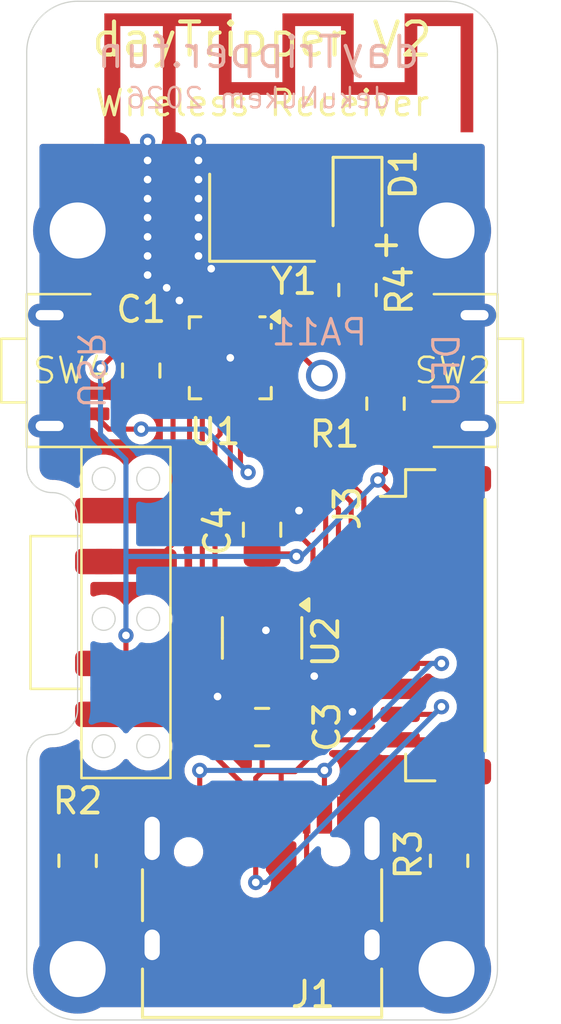
<source format=kicad_pcb>
(kicad_pcb (version 20241229) (generator "pcbnew") (generator_version "9.0")
  (layers (0 "F.Cu" signal) (2 "B.Cu" signal) (13 "F.Paste" user) (15 "B.Paste" user) (5 "F.SilkS" user "F.Silkscreen") (7 "B.SilkS" user "B.Silkscreen") (1 "F.Mask" user) (3 "B.Mask" user) (25 "Edge.Cuts" user))
  (net 0 "")
  (net 1 "GND")
  (net 2 "+5V")
  (net 4 "Net-(J1-CC1)")
  (net 6 "Net-(J1-CC2)")
  (net 10 "Net-(U1-X1)")
  (net 11 "Net-(U1-X0)")
  (net 12 "SWCLK")
  (net 13 "SWDIO")
  (net 14 "Net-(R1-Pad2)")
  (net 15 "Net-(AE1-A)")
  (net 16 "SP3T_1")
  (net 17 "DEBUG_TX")
  (net 18 "+3V3")
  (net 19 "Net-(SW3-Pad1)")
  (net 20 "SP3T_0")
  (net 21 "Net-(D1-A)")
  (net 22 "Net-(U1-PA3{slash}T{slash}R1{slash}SCL2{slash}SCK{slash}PWM3{slash}CP0)")
  (net 23 "Net-(U1-PA5{slash}SCK{slash}SCL3)")
  (net 24 "Net-(J3-Pin_5)")
  (net 25 "Net-(J3-Pin_4)")
  (net 26 "Net-(J3-Pin_2)")
  (net 27 "Net-(U1-PA11{slash}R7{slash}T6)")
  (net 28 "Net-(J3-Pin_6)")
  (footprint "Resistor_SMD:R_0805_2012Metric" (layer "F.Cu") (at 113 71.3375 -90)
    (property "Reference" "R4" (at 0 -1.65 90) (layer "F.SilkS"))
    (property "Value" "5K1" (hide yes))
    (fp_line (start -0.227064 0.735) (end 0.227064 0.735) (stroke (width 0.12)) (layer "F.SilkS"))
    (fp_line (start -0.227064 -0.735) (end 0.227064 -0.735) (stroke (width 0.12)) (layer "F.SilkS"))
    (pad "1" smd roundrect (at -0.9125 0 270) (size 1.025 1.4) (layers "F.Cu" "F.Mask" "F.Paste") (roundrect_rratio 0.243902) (net 21 "Net-(D1-A)"))
    (pad "2" smd roundrect (at 0.9125 0 270) (size 1.025 1.4) (layers "F.Cu" "F.Mask" "F.Paste") (roundrect_rratio 0.243902) (net 22 "Net-(U1-PA3{slash}T{slash}R1{slash}SCL2{slash}SCK{slash}PWM3{slash}CP0)"))
  )
  (footprint "Resistor_SMD:R_0805_2012Metric" (layer "F.Cu") (at 102 93.75 90)
    (property "Reference" "R2" (at 2.35 0 180) (layer "F.SilkS"))
    (property "Value" "5K1" (hide yes))
    (fp_line (start -0.227064 -0.735) (end 0.227064 -0.735) (stroke (width 0.12)) (layer "F.SilkS"))
    (fp_line (start -0.227064 0.735) (end 0.227064 0.735) (stroke (width 0.12)) (layer "F.SilkS"))
    (pad "1" smd roundrect (at -0.9125 0 90) (size 1.025 1.4) (layers "F.Cu" "F.Mask" "F.Paste") (roundrect_rratio 0.243902) (net 4 "Net-(J1-CC1)"))
    (pad "2" smd roundrect (at 0.9125 0 90) (size 1.025 1.4) (layers "F.Cu" "F.Mask" "F.Paste") (roundrect_rratio 0.243902) (net 1 "GND"))
  )
  (footprint "Capacitor_SMD:C_0805_2012Metric" (layer "F.Cu") (at 104.5 74.5 -90)
    (property "Reference" "C1" (at -2.4 0 0) (layer "F.SilkS"))
    (property "Value" "100nF" (hide yes))
    (fp_line (start -0.261252 0.735) (end 0.261252 0.735) (stroke (width 0.12)) (layer "F.SilkS"))
    (fp_line (start -0.261252 -0.735) (end 0.261252 -0.735) (stroke (width 0.12)) (layer "F.SilkS"))
    (pad "1" smd roundrect (at -0.95 0 270) (size 1 1.45) (layers "F.Cu" "F.Mask" "F.Paste") (net 18 "+3V3"))
    (pad "2" smd roundrect (at 0.95 0 270) (size 1 1.45) (layers "F.Cu" "F.Mask" "F.Paste") (net 1 "GND"))
  )
  (footprint "TestPoint:TestPoint_Plated_Hole_D2.0mm" (layer "F.Cu") (at 111.6 74.7)
    (property "Reference" "TP1" (hide yes))
    (property "Value" "TestPoint" (hide yes))
    (pad "1" thru_hole circle (at 0 0) (size 1.25 1.25) (drill 0.85) (layers "*.Cu" "*.Mask") (net 27 "Net-(U1-PA11{slash}R7{slash}T6)"))
  )
  (footprint "MountingHole:MountingHole_2.2mm_M2_ISO7380_Pad" (layer "F.Cu") (at 116.5 69)
    (property "Reference" "H2" (hide yes))
    (property "Value" "MountingHole" (hide yes))
    (pad "1" thru_hole circle (at 0 0) (size 3.5 3.5) (drill 2.2) (layers "*.Cu" "*.Mask") (net 1 "GND"))
  )
  (footprint "Resistor_SMD:R_0805_2012Metric" (layer "F.Cu") (at 116.6 93.75 90)
    (property "Reference" "R3" (at 0.25 -1.6 270) (layer "F.SilkS"))
    (property "Value" "5K1" (hide yes))
    (fp_line (start -0.227064 -0.735) (end 0.227064 -0.735) (stroke (width 0.12)) (layer "F.SilkS"))
    (fp_line (start -0.227064 0.735) (end 0.227064 0.735) (stroke (width 0.12)) (layer "F.SilkS"))
    (pad "1" smd roundrect (at -0.9125 0 90) (size 1.025 1.4) (layers "F.Cu" "F.Mask" "F.Paste") (roundrect_rratio 0.243902) (net 6 "Net-(J1-CC2)"))
    (pad "2" smd roundrect (at 0.9125 0 90) (size 1.025 1.4) (layers "F.Cu" "F.Mask" "F.Paste") (roundrect_rratio 0.243902) (net 1 "GND"))
  )
  (footprint "Package_DFN_QFN:QFN-20-1EP_3x3mm_P0.4mm_EP1.65x1.65mm" (layer "F.Cu") (at 108 74 -90)
    (property "Reference" "U1" (at 2.9 0.6 0) (layer "F.SilkS"))
    (property "Value" "~" (hide yes))
    (fp_line (start -1.61 1.61) (end -1.61 1.16) (stroke (width 0.12)) (layer "F.SilkS"))
    (fp_line (start -1.16 1.61) (end -1.61 1.61) (stroke (width 0.12)) (layer "F.SilkS"))
    (fp_line (start 1.16 1.61) (end 1.61 1.61) (stroke (width 0.12)) (layer "F.SilkS"))
    (fp_line (start 1.61 1.61) (end 1.61 1.16) (stroke (width 0.12)) (layer "F.SilkS"))
    (fp_line (start -1.61 -1.16) (end -1.61 -1.37) (stroke (width 0.12)) (layer "F.SilkS"))
    (fp_line (start -1.16 -1.61) (end -1.31 -1.61) (stroke (width 0.12)) (layer "F.SilkS"))
    (fp_line (start 1.16 -1.61) (end 1.61 -1.61) (stroke (width 0.12)) (layer "F.SilkS"))
    (fp_line (start 1.61 -1.61) (end 1.61 -1.16) (stroke (width 0.12)) (layer "F.SilkS"))
    (fp_poly (pts (xy -1.61 -1.61) (xy -1.85 -1.94) (xy -1.37 -1.94)) (stroke (width 0.12)) (fill yes) (layer "F.SilkS"))
    (pad "1" smd roundrect (at -1.45 -0.8 270) (size 0.85 0.2) (layers "F.Cu" "F.Mask" "F.Paste") (net 22 "Net-(U1-PA3{slash}T{slash}R1{slash}SCL2{slash}SCK{slash}PWM3{slash}CP0)"))
    (pad "2" smd roundrect (at -1.45 -0.4 270) (size 0.85 0.2) (layers "F.Cu" "F.Mask" "F.Paste") (net 11 "Net-(U1-X0)"))
    (pad "3" smd roundrect (at -1.45 0 270) (size 0.85 0.2) (layers "F.Cu" "F.Mask" "F.Paste") (net 10 "Net-(U1-X1)"))
    (pad "4" smd roundrect (at -1.45 0.4 270) (size 0.85 0.2) (layers "F.Cu" "F.Mask" "F.Paste"))
    (pad "5" smd roundrect (at -1.45 0.8 270) (size 0.85 0.2) (layers "F.Cu" "F.Mask" "F.Paste") (net 15 "Net-(AE1-A)"))
    (pad "6" smd roundrect (at -0.8 1.45 270) (size 0.2 0.85) (layers "F.Cu" "F.Mask" "F.Paste") (net 18 "+3V3"))
    (pad "7" smd roundrect (at -0.4 1.45 270) (size 0.2 0.85) (layers "F.Cu" "F.Mask" "F.Paste") (net 18 "+3V3"))
    (pad "8" smd roundrect (at 0 1.45 270) (size 0.2 0.85) (layers "F.Cu" "F.Mask" "F.Paste"))
    (pad "9" smd roundrect (at 0.4 1.45 270) (size 0.2 0.85) (layers "F.Cu" "F.Mask" "F.Paste") (net 20 "SP3T_0"))
    (pad "10" smd roundrect (at 0.8 1.45 270) (size 0.2 0.85) (layers "F.Cu" "F.Mask" "F.Paste") (net 16 "SP3T_1"))
    (pad "11" smd roundrect (at 1.45 0.8 270) (size 0.85 0.2) (layers "F.Cu" "F.Mask" "F.Paste") (net 13 "SWDIO"))
    (pad "12" smd roundrect (at 1.45 0.4 270) (size 0.85 0.2) (layers "F.Cu" "F.Mask" "F.Paste") (net 12 "SWCLK"))
    (pad "13" smd roundrect (at 1.45 0 270) (size 0.85 0.2) (layers "F.Cu" "F.Mask" "F.Paste") (net 28 "Net-(J3-Pin_6)"))
    (pad "14" smd roundrect (at 1.45 -0.4 270) (size 0.85 0.2) (layers "F.Cu" "F.Mask" "F.Paste") (net 23 "Net-(U1-PA5{slash}SCK{slash}SCL3)"))
    (pad "15" smd roundrect (at 1.45 -0.8 270) (size 0.85 0.2) (layers "F.Cu" "F.Mask" "F.Paste") (net 24 "Net-(J3-Pin_5)"))
    (pad "16" smd roundrect (at 0.8 -1.45 270) (size 0.2 0.85) (layers "F.Cu" "F.Mask" "F.Paste") (net 25 "Net-(J3-Pin_4)"))
    (pad "17" smd roundrect (at 0.4 -1.45 270) (size 0.2 0.85) (layers "F.Cu" "F.Mask" "F.Paste") (net 17 "DEBUG_TX"))
    (pad "18" smd roundrect (at 0 -1.45 270) (size 0.2 0.85) (layers "F.Cu" "F.Mask" "F.Paste") (net 27 "Net-(U1-PA11{slash}R7{slash}T6)"))
    (pad "19" smd roundrect (at -0.4 -1.45 270) (size 0.2 0.85) (layers "F.Cu" "F.Mask" "F.Paste"))
    (pad "20" smd roundrect (at -0.8 -1.45 270) (size 0.2 0.85) (layers "F.Cu" "F.Mask" "F.Paste") (net 26 "Net-(J3-Pin_2)"))
    (pad "21" smd rect (at 0 0 270) (size 1.65 1.65) (property pad_prop_heatsink) (layers "F.Cu" "F.Mask") (net 1 "GND"))
  )
  (footprint "MountingHole:MountingHole_2.2mm_M2_ISO7380_Pad" (layer "F.Cu") (at 116.5 98)
    (property "Reference" "H4" (hide yes))
    (property "Value" "MountingHole" (hide yes))
    (pad "1" thru_hole circle (at 0 0) (size 3.5 3.5) (drill 2.2) (layers "*.Cu" "*.Mask") (net 1 "GND"))
  )
  (footprint "Package_TO_SOT_SMD:SOT-23-3" (layer "F.Cu") (at 109.25 85 -90)
    (property "Reference" "U2" (at 0.15 -2.5 90) (layer "F.SilkS"))
    (property "Value" "XC6206PxxxMR" (hide yes))
    (fp_line (start 0 1.56) (end -0.8 1.56) (stroke (width 0.12)) (layer "F.SilkS"))
    (fp_line (start 0 1.56) (end 0.8 1.56) (stroke (width 0.12)) (layer "F.SilkS"))
    (fp_line (start 0 -1.56) (end -0.8 -1.56) (stroke (width 0.12)) (layer "F.SilkS"))
    (fp_line (start 0 -1.56) (end 0.8 -1.56) (stroke (width 0.12)) (layer "F.SilkS"))
    (fp_poly (pts (xy -1.3 -1.51) (xy -1.54 -1.84) (xy -1.06 -1.84)) (stroke (width 0.12)) (fill yes) (layer "F.SilkS"))
    (pad "1" smd roundrect (at -1.1375 -0.95 270) (size 1.325 0.6) (layers "F.Cu" "F.Mask" "F.Paste") (net 1 "GND"))
    (pad "2" smd roundrect (at -1.1375 0.95 270) (size 1.325 0.6) (layers "F.Cu" "F.Mask" "F.Paste") (net 18 "+3V3"))
    (pad "3" smd roundrect (at 1.1375 0 270) (size 1.325 0.6) (layers "F.Cu" "F.Mask" "F.Paste") (net 2 "+5V"))
  )
  (footprint "LED_SMD:LED_0805_2012Metric" (layer "F.Cu") (at 113 67.8125 -90)
    (property "Reference" "D1" (at -1.0125 -1.8 90) (layer "F.SilkS"))
    (property "Value" "LED" (hide yes))
    (fp_line (start -1.685 0.96) (end 1 0.96) (stroke (width 0.12)) (layer "F.SilkS"))
    (fp_line (start -1.685 -0.96) (end -1.685 0.96) (stroke (width 0.12)) (layer "F.SilkS"))
    (fp_line (start 1 -0.96) (end -1.685 -0.96) (stroke (width 0.12)) (layer "F.SilkS"))
    (pad "1" smd roundrect (at -0.9375 0 270) (size 0.975 1.4) (layers "F.Cu" "F.Mask" "F.Paste") (net 1 "GND"))
    (pad "2" smd roundrect (at 0.9375 0 270) (size 0.975 1.4) (layers "F.Cu" "F.Mask" "F.Paste") (net 21 "Net-(D1-A)"))
  )
  (footprint "Crystal:Crystal_SMD_3225-4Pin_3.2x2.5mm" (layer "F.Cu") (at 109.25 68.5)
    (property "Reference" "Y1" (at 1.25 2.5 0) (layer "F.SilkS"))
    (property "Value" "Crystal_GND24" (hide yes))
    (fp_line (start -2.06 -1.71) (end -2.06 1.71) (stroke (width 0.12)) (layer "F.SilkS"))
    (fp_line (start -2.06 1.71) (end 2.06 1.71) (stroke (width 0.12)) (layer "F.SilkS"))
    (pad "1" smd roundrect (at -1.1 0.85) (size 1.4 1.2) (layers "F.Cu" "F.Mask" "F.Paste") (roundrect_rratio 0.208333) (net 10 "Net-(U1-X1)"))
    (pad "2" smd roundrect (at 1.1 0.85) (size 1.4 1.2) (layers "F.Cu" "F.Mask" "F.Paste") (roundrect_rratio 0.208333) (net 1 "GND"))
    (pad "3" smd roundrect (at 1.1 -0.85) (size 1.4 1.2) (layers "F.Cu" "F.Mask" "F.Paste") (roundrect_rratio 0.208333) (net 11 "Net-(U1-X0)"))
    (pad "4" smd roundrect (at -1.1 -0.85) (size 1.4 1.2) (layers "F.Cu" "F.Mask" "F.Paste") (roundrect_rratio 0.208333) (net 1 "GND"))
  )
  (footprint "MountingHole:MountingHole_2.2mm_M2_ISO7380_Pad" (layer "F.Cu") (at 102 69)
    (property "Reference" "H1" (hide yes))
    (property "Value" "MountingHole" (hide yes))
    (pad "1" thru_hole circle (at 0 0) (size 3.5 3.5) (drill 2.2) (layers "*.Cu" "*.Mask") (net 1 "GND"))
  )
  (footprint "mymy:turt" (layer "F.Cu") (at 102.5 74.5 90)
    (property "Reference" "SW4" (at 0 -0.75 0) (layer "F.SilkS") (effects (font (thickness 0.1))))
    (property "Value" "~" (hide yes))
    (fp_line (start 1.25 -3.5) (end 1.25 -2.5) (stroke (width 0.1)) (layer "F.SilkS"))
    (fp_line (start -1.25 -3.5) (end 1.25 -3.5) (stroke (width 0.1)) (layer "F.SilkS"))
    (fp_line (start 3 -2.5) (end 3 0) (stroke (width 0.1)) (layer "F.SilkS"))
    (fp_line (start -1.25 -2.5) (end -1.25 -3.5) (stroke (width 0.1)) (layer "F.SilkS"))
    (fp_line (start -3 -2.5) (end 3 -2.5) (stroke (width 0.1)) (layer "F.SilkS"))
    (fp_line (start -3 -2.5) (end -3 0) (stroke (width 0.1)) (layer "F.SilkS"))
    (pad "1" smd roundrect (at -1.7 0.125 270) (size 0.5 1.25) (layers "F.Cu" "F.Mask" "F.Paste") (roundrect_rratio 0.15) (net 23 "Net-(U1-PA5{slash}SCK{slash}SCL3)"))
    (pad "2" smd roundrect (at 1.7 0.125 270) (size 0.5 1.25) (layers "F.Cu" "F.Mask" "F.Paste") (roundrect_rratio 0.15) (net 1 "GND"))
    (pad "3" thru_hole oval (at -2.175 -1.6 180) (size 1.7 0.9) (drill oval 1.1 0.4) (layers "*.Cu" "*.Mask") (net 1 "GND"))
    (pad "3" thru_hole oval (at 2.175 -1.6 180) (size 1.7 0.9) (drill oval 1.1 0.4) (layers "*.Cu" "*.Mask") (net 1 "GND"))
  )
  (footprint "Capacitor_SMD:C_0805_2012Metric" (layer "F.Cu") (at 109.25 80.75 90)
    (property "Reference" "C4" (at -0.05 -1.75 270) (layer "F.SilkS"))
    (property "Value" "2.2uF" (hide yes))
    (fp_line (start -0.261252 -0.735) (end 0.261252 -0.735) (stroke (width 0.12)) (layer "F.SilkS"))
    (fp_line (start -0.261252 0.735) (end 0.261252 0.735) (stroke (width 0.12)) (layer "F.SilkS"))
    (pad "1" smd roundrect (at -0.95 0 90) (size 1 1.45) (layers "F.Cu" "F.Mask" "F.Paste") (net 18 "+3V3"))
    (pad "2" smd roundrect (at 0.95 0 90) (size 1 1.45) (layers "F.Cu" "F.Mask" "F.Paste") (net 1 "GND"))
  )
  (footprint "Capacitor_SMD:C_0805_2012Metric" (layer "F.Cu") (at 109.25 88.5 180)
    (property "Reference" "C3" (at -2.55 0 270) (layer "F.SilkS"))
    (property "Value" "2.2uF" (hide yes))
    (fp_line (start -0.261252 0.735) (end 0.261252 0.735) (stroke (width 0.12)) (layer "F.SilkS"))
    (fp_line (start -0.261252 -0.735) (end 0.261252 -0.735) (stroke (width 0.12)) (layer "F.SilkS"))
    (pad "1" smd roundrect (at -0.95 0 180) (size 1 1.45) (layers "F.Cu" "F.Mask" "F.Paste") (net 2 "+5V"))
    (pad "2" smd roundrect (at 0.95 0 180) (size 1 1.45) (layers "F.Cu" "F.Mask" "F.Paste") (net 1 "GND"))
  )
  (footprint "mymy:turt" (layer "F.Cu") (at 116 74.5 -90)
    (property "Reference" "SW2" (at 0 -0.75 0) (layer "F.SilkS") (effects (font (thickness 0.1))))
    (property "Value" "~" (hide yes))
    (fp_line (start -3 -2.5) (end -3 0) (stroke (width 0.1)) (layer "F.SilkS"))
    (fp_line (start -3 -2.5) (end 3 -2.5) (stroke (width 0.1)) (layer "F.SilkS"))
    (fp_line (start -1.25 -2.5) (end -1.25 -3.5) (stroke (width 0.1)) (layer "F.SilkS"))
    (fp_line (start 3 -2.5) (end 3 0) (stroke (width 0.1)) (layer "F.SilkS"))
    (fp_line (start -1.25 -3.5) (end 1.25 -3.5) (stroke (width 0.1)) (layer "F.SilkS"))
    (fp_line (start 1.25 -3.5) (end 1.25 -2.5) (stroke (width 0.1)) (layer "F.SilkS"))
    (pad "1" smd roundrect (at -1.7 0 90) (size 0.5 1) (layers "F.Cu" "F.Mask" "F.Paste") (roundrect_rratio 0.15) (net 14 "Net-(R1-Pad2)"))
    (pad "2" smd roundrect (at 1.7 0 90) (size 0.5 1) (layers "F.Cu" "F.Mask" "F.Paste") (roundrect_rratio 0.15) (net 12 "SWCLK"))
    (pad "3" thru_hole oval (at -2.175 -1.6) (size 1.7 0.9) (drill oval 1.1 0.4) (layers "*.Cu" "*.Mask") (net 1 "GND"))
    (pad "3" thru_hole oval (at 2.175 -1.6) (size 1.7 0.9) (drill oval 1.1 0.4) (layers "*.Cu" "*.Mask") (net 1 "GND"))
  )
  (footprint "ESP_Antenna:ESPRESSIF_ESP32_MIFA_2.4GHz_Right" (layer "F.Cu") (at 105.75 65.625)
    (property "Reference" "AE1" (hide yes))
    (property "Value" "Antenna_Shield" (hide yes))
    (fp_poly (pts (xy 2.3 -2.45) (xy 4.3 -2.45) (xy 4.3 -5.15) (xy 7.1 -5.15) (xy 7.1 -2.45) (xy 9.1 -2.45) (xy 9.1 -5.15) (xy 11.8 -5.15) (xy 11.8 -0.48) (xy 11.3 -0.48) (xy 11.3 -4.65) (xy 9.6 -4.65) (xy 9.6 -1.95) (xy 6.6 -1.95) (xy 6.6 -4.65) (xy 4.8 -4.65) (xy 4.8 -1.95) (xy 1.8 -1.95) (xy 1.8 -4.65) (xy 0.1 -4.65) (xy 0.1 0.26) (xy -0.4 0.26) (xy -0.4 -4.65) (xy -2.07 -4.65) (xy -2.07 0.26) (xy -2.7 0.26) (xy -2.7 0.006785) (xy -2.397583 0.006785) (xy -2.387742 0.054395) (xy -2.363674 0.096797) (xy -2.325731 0.129581) (xy -2.317819 0.133935) (xy -2.275156 0.146043) (xy -2.226637 0.1453) (xy -2.181122 0.1324) (xy -2.162511 0.121787) (xy -2.128868 0.086553) (xy -2.108309 0.041368) (xy -2.101778 -0.008158) (xy -2.110218 -0.056417) (xy -2.127112 -0.088643) (xy -2.162372 -0.121313) (xy -2.207682 -0.141408) (xy -2.257267 -0.147982) (xy -2.305353 -0.140092) (xy -2.338245 -0.123186) (xy -2.373185 -0.086416) (xy -2.392847 -0.041622) (xy -2.397583 0.006785) (xy -2.7 0.028392) (xy -2.7 -5.15) (xy 2.3 -5.15) (xy 2.3 -2.51)) (fill yes) (layer "F.Cu"))
    (pad "1" connect rect (at -0.15 0.01) (size 0.5 0.5) (layers "F.Cu") (net 15 "Net-(AE1-A)"))
    (pad "2" smd rect (at -2.385 0.01) (size 0.63 0.5) (layers "F.Cu") (net 1 "GND"))
  )
  (footprint "Connector_USB:USB_C_Receptacle_HRO_TYPE-C-31-M-12" (layer "F.Cu") (at 109.25 96)
    (property "Reference" "J1" (at 2 3 0) (layer "F.SilkS"))
    (property "Value" "USB_C_Receptacle_USB2.0" (hide yes))
    (fp_line (start -4.7 -1.9) (end -4.7 0.1) (stroke (width 0.12)) (layer "F.SilkS"))
    (fp_line (start -4.7 2) (end -4.7 3.9) (stroke (width 0.12)) (layer "F.SilkS"))
    (fp_line (start -4.7 3.9) (end 4.7 3.9) (stroke (width 0.12)) (layer "F.SilkS"))
    (fp_line (start 4.7 -1.9) (end 4.7 0.1) (stroke (width 0.12)) (layer "F.SilkS"))
    (fp_line (start 4.7 2) (end 4.7 3.9) (stroke (width 0.12)) (layer "F.SilkS"))
    (pad "" np_thru_hole circle (at -2.89 -2.6) (size 0.65 0.65) (drill 0.65) (layers "*.Cu" "*.Mask"))
    (pad "" np_thru_hole circle (at 2.89 -2.6) (size 0.65 0.65) (drill 0.65) (layers "*.Cu" "*.Mask"))
    (pad "A1" smd rect (at -3.25 -4.045) (size 0.6 1.45) (layers "F.Cu" "F.Mask" "F.Paste") (net 1 "GND"))
    (pad "A4" smd rect (at -2.45 -4.045) (size 0.6 1.45) (layers "F.Cu" "F.Mask" "F.Paste") (net 2 "+5V"))
    (pad "A5" smd rect (at -1.25 -4.045) (size 0.3 1.45) (layers "F.Cu" "F.Mask" "F.Paste") (net 4 "Net-(J1-CC1)"))
    (pad "A6" smd rect (at -0.25 -4.045) (size 0.3 1.45) (layers "F.Cu" "F.Mask" "F.Paste") (net 12 "SWCLK"))
    (pad "A7" smd rect (at 0.25 -4.045) (size 0.3 1.45) (layers "F.Cu" "F.Mask" "F.Paste") (net 13 "SWDIO"))
    (pad "A8" smd rect (at 1.25 -4.045) (size 0.3 1.45) (layers "F.Cu" "F.Mask" "F.Paste"))
    (pad "A9" smd rect (at 2.45 -4.045) (size 0.6 1.45) (layers "F.Cu" "F.Mask" "F.Paste") (net 2 "+5V"))
    (pad "A12" smd rect (at 3.25 -4.045) (size 0.6 1.45) (layers "F.Cu" "F.Mask" "F.Paste") (net 1 "GND"))
    (pad "B1" smd rect (at 3.25 -4.045) (size 0.6 1.45) (layers "F.Cu" "F.Mask" "F.Paste") (net 1 "GND"))
    (pad "B4" smd rect (at 2.45 -4.045) (size 0.6 1.45) (layers "F.Cu" "F.Mask" "F.Paste") (net 2 "+5V"))
    (pad "B5" smd rect (at 1.75 -4.045) (size 0.3 1.45) (layers "F.Cu" "F.Mask" "F.Paste") (net 6 "Net-(J1-CC2)"))
    (pad "B6" smd rect (at 0.75 -4.045) (size 0.3 1.45) (layers "F.Cu" "F.Mask" "F.Paste") (net 12 "SWCLK"))
    (pad "B7" smd rect (at -0.75 -4.045) (size 0.3 1.45) (layers "F.Cu" "F.Mask" "F.Paste") (net 13 "SWDIO"))
    (pad "B8" smd rect (at -1.75 -4.045) (size 0.3 1.45) (layers "F.Cu" "F.Mask" "F.Paste"))
    (pad "B9" smd rect (at -2.45 -4.045) (size 0.6 1.45) (layers "F.Cu" "F.Mask" "F.Paste") (net 2 "+5V"))
    (pad "B12" smd rect (at -3.25 -4.045) (size 0.6 1.45) (layers "F.Cu" "F.Mask" "F.Paste") (net 1 "GND"))
    (pad "S1" thru_hole oval (at -4.32 -3.13) (size 1 2.1) (drill oval 0.6 1.7) (property pad_prop_heatsink) (layers "*.Cu" "*.Mask") (net 1 "GND"))
    (pad "S1" thru_hole oval (at -4.32 1.05) (size 1 1.6) (drill oval 0.6 1.2) (property pad_prop_heatsink) (layers "*.Cu" "*.Mask") (net 1 "GND"))
    (pad "S1" thru_hole oval (at 4.32 -3.13) (size 1 2.1) (drill oval 0.6 1.7) (property pad_prop_heatsink) (layers "*.Cu" "*.Mask") (net 1 "GND"))
    (pad "S1" thru_hole oval (at 4.32 1.05) (size 1 1.6) (drill oval 0.6 1.2) (property pad_prop_heatsink) (layers "*.Cu" "*.Mask") (net 1 "GND"))
  )
  (footprint "MountingHole:MountingHole_2.2mm_M2_ISO7380_Pad" (layer "F.Cu") (at 102 98)
    (property "Reference" "H3" (hide yes))
    (property "Value" "MountingHole" (hide yes))
    (pad "1" thru_hole circle (at 0 0) (size 3.5 3.5) (drill 2.2) (layers "*.Cu" "*.Mask") (net 1 "GND"))
  )
  (footprint "Connector_JST:JST_SH_BM10B-SRSS-TB_1x10-1MP_P1.00mm_Vertical" (layer "F.Cu") (at 116 84.5 -90)
    (property "Reference" "J3" (at -4.6 3.4 270) (layer "F.SilkS"))
    (property "Value" "Conn_01x10" (hide yes))
    (fp_line (start -6.11 1.11) (end -5.06 1.11) (stroke (width 0.12)) (layer "F.SilkS"))
    (fp_line (start -5.06 1.11) (end -5.06 2.1) (stroke (width 0.12)) (layer "F.SilkS"))
    (fp_line (start 6.11 1.11) (end 5.06 1.11) (stroke (width 0.12)) (layer "F.SilkS"))
    (fp_line (start -6.11 -0.04) (end -6.11 1.11) (stroke (width 0.12)) (layer "F.SilkS"))
    (fp_line (start 6.11 -0.04) (end 6.11 1.11) (stroke (width 0.12)) (layer "F.SilkS"))
    (fp_line (start -4.94 -2.01) (end 4.94 -2.01) (stroke (width 0.12)) (layer "F.SilkS"))
    (pad "1" smd roundrect (at -4.5 1.325 270) (size 0.6 1.55) (layers "F.Cu" "F.Mask" "F.Paste") (net 18 "+3V3"))
    (pad "2" smd roundrect (at -3.5 1.325 270) (size 0.6 1.55) (layers "F.Cu" "F.Mask" "F.Paste") (net 26 "Net-(J3-Pin_2)"))
    (pad "3" smd roundrect (at -2.5 1.325 270) (size 0.6 1.55) (layers "F.Cu" "F.Mask" "F.Paste") (net 17 "DEBUG_TX"))
    (pad "4" smd roundrect (at -1.5 1.325 270) (size 0.6 1.55) (layers "F.Cu" "F.Mask" "F.Paste") (net 25 "Net-(J3-Pin_4)"))
    (pad "5" smd roundrect (at -0.5 1.325 270) (size 0.6 1.55) (layers "F.Cu" "F.Mask" "F.Paste") (net 24 "Net-(J3-Pin_5)"))
    (pad "6" smd roundrect (at 0.5 1.325 270) (size 0.6 1.55) (layers "F.Cu" "F.Mask" "F.Paste") (net 28 "Net-(J3-Pin_6)"))
    (pad "7" smd roundrect (at 1.5 1.325 270) (size 0.6 1.55) (layers "F.Cu" "F.Mask" "F.Paste") (net 2 "+5V"))
    (pad "8" smd roundrect (at 2.5 1.325 270) (size 0.6 1.55) (layers "F.Cu" "F.Mask" "F.Paste") (net 1 "GND"))
    (pad "9" smd roundrect (at 3.5 1.325 270) (size 0.6 1.55) (layers "F.Cu" "F.Mask" "F.Paste") (net 13 "SWDIO"))
    (pad "10" smd roundrect (at 4.5 1.325 270) (size 0.6 1.55) (layers "F.Cu" "F.Mask" "F.Paste") (net 12 "SWCLK"))
    (pad "GND" smd roundrect (at -5.75 -1 270) (size 1 2.5) (layers "F.Cu" "F.Mask" "F.Paste") (roundrect_rratio 0.208333) (net 1 "GND"))
    (pad "GND" smd roundrect (at 5.75 -1 270) (size 1 2.5) (layers "F.Cu" "F.Mask" "F.Paste") (roundrect_rratio 0.208333) (net 1 "GND"))
  )
  (footprint "Resistor_SMD:R_0805_2012Metric" (layer "F.Cu") (at 114.1 75.8 90)
    (property "Reference" "R1" (at -1.2 -2 180) (layer "F.SilkS"))
    (property "Value" "5K1" (hide yes))
    (fp_line (start -0.227064 -0.735) (end 0.227064 -0.735) (stroke (width 0.12)) (layer "F.SilkS"))
    (fp_line (start -0.227064 0.735) (end 0.227064 0.735) (stroke (width 0.12)) (layer "F.SilkS"))
    (pad "1" smd roundrect (at -0.9125 0 90) (size 1.025 1.4) (layers "F.Cu" "F.Mask" "F.Paste") (roundrect_rratio 0.243902) (net 18 "+3V3"))
    (pad "2" smd roundrect (at 0.9125 0 90) (size 1.025 1.4) (layers "F.Cu" "F.Mask" "F.Paste") (roundrect_rratio 0.243902) (net 14 "Net-(R1-Pad2)"))
  )
  (footprint "mymy:my_sp3t_pth" (layer "F.Cu") (at 105.65 84 90)
    (property "Reference" "SW3" (hide yes))
    (property "Value" "~" (hide yes))
    (fp_line (start 3 -5.5) (end 3 -3.5) (stroke (width 0.1)) (layer "F.SilkS"))
    (fp_line (start -3 -5.5) (end 3 -5.5) (stroke (width 0.1)) (layer "F.SilkS"))
    (fp_line (start 6.5 -3.5) (end 6.5 0) (stroke (width 0.1)) (layer "F.SilkS"))
    (fp_line (start -3 -3.5) (end -3 -5.5) (stroke (width 0.1)) (layer "F.SilkS"))
    (fp_line (start -6.5 -3.5) (end 6.5 -3.5) (stroke (width 0.1)) (layer "F.SilkS"))
    (fp_line (start 6.5 0) (end 0 0) (stroke (width 0.1)) (layer "F.SilkS"))
    (fp_line (start 0 0) (end -6.5 0) (stroke (width 0.1)) (layer "F.SilkS"))
    (fp_line (start -6.5 0) (end -6.5 -3.5) (stroke (width 0.1)) (layer "F.SilkS"))
    (fp_circle (center 5.25 -2.625) (end 5.7 -2.625) (stroke (width 0.05)) (fill no) (layer "Edge.Cuts"))
    (fp_circle (center -0.25 -2.625) (end 0.2 -2.625) (stroke (width 0.05)) (fill no) (layer "Edge.Cuts"))
    (fp_circle (center -5.25 -2.625) (end -4.8 -2.625) (stroke (width 0.05)) (fill no) (layer "Edge.Cuts"))
    (fp_circle (center 5.25 -0.875) (end 5.7 -0.875) (stroke (width 0.05)) (fill no) (layer "Edge.Cuts"))
    (fp_circle (center -0.25 -0.875) (end 0.2 -0.875) (stroke (width 0.05)) (fill no) (layer "Edge.Cuts"))
    (fp_circle (center -5.25 -0.875) (end -4.8 -0.875) (stroke (width 0.05)) (fill no) (layer "Edge.Cuts"))
    (pad "1" smd roundrect (at -4 -0.6 90) (size 1 1.7) (layers "F.Cu" "F.Mask" "F.Paste") (net 19 "Net-(SW3-Pad1)"))
    (pad "2" smd roundrect (at -2 -0.6 90) (size 1 1.7) (layers "F.Cu" "F.Mask" "F.Paste") (net 18 "+3V3"))
    (pad "3" smd roundrect (at 2 -0.6 90) (size 1 1.7) (layers "F.Cu" "F.Mask" "F.Paste") (net 16 "SP3T_1"))
    (pad "4" smd roundrect (at 4 -0.6 90) (size 1 1.7) (layers "F.Cu" "F.Mask" "F.Paste") (net 20 "SP3T_0"))
    (pad "5" smd roundrect (at -4 -2.9 90) (size 1 1.7) (layers "F.Cu" "F.Mask" "F.Paste") (net 19 "Net-(SW3-Pad1)"))
    (pad "6" smd roundrect (at -2 -2.9 90) (size 1 1.7) (layers "F.Cu" "F.Mask" "F.Paste") (net 18 "+3V3"))
    (pad "7" smd roundrect (at 2 -2.9 90) (size 1 1.7) (layers "F.Cu" "F.Mask" "F.Paste") (net 16 "SP3T_1"))
    (pad "8" smd roundrect (at 4 -2.9 90) (size 1 1.7) (layers "F.Cu" "F.Mask" "F.Paste") (net 20 "SP3T_0"))
  )
  (gr_arc (start 101 79.292893) (mid 100.292893 79) (end 100 78.292893) (stroke (width 0.05)) (layer "Edge.Cuts"))
  (gr_line (start 100 98) (end 100 92.25) (stroke (width 0.05)) (layer "Edge.Cuts"))
  (gr_arc (start 102 87.792893) (mid 101.707107 88.5) (end 101 88.792893) (stroke (width 0.05)) (layer "Edge.Cuts"))
  (gr_line (start 100 89.7929) (end 100 92.25) (stroke (width 0.05)) (layer "Edge.Cuts"))
  (gr_line (start 118.5 62) (end 118.5 98) (stroke (width 0.05)) (layer "Edge.Cuts"))
  (gr_arc (start 101 79.292893) (mid 101.707107 79.585786) (end 102 80.292893) (stroke (width 0.05)) (layer "Edge.Cuts"))
  (gr_arc (start 100 89.792893) (mid 100.292893 89.085786) (end 101 88.792893) (stroke (width 0.05)) (layer "Edge.Cuts"))
  (gr_arc (start 118.5 98) (mid 117.914214 99.414214) (end 116.5 100) (stroke (width 0.05)) (layer "Edge.Cuts"))
  (gr_arc (start 102 100) (mid 100.585786 99.414214) (end 100 98) (stroke (width 0.05)) (layer "Edge.Cuts"))
  (gr_line (start 100 78.292893) (end 100 62) (stroke (width 0.05)) (layer "Edge.Cuts"))
  (gr_line (start 102 80.292893) (end 102 87.792893) (stroke (width 0.05)) (layer "Edge.Cuts"))
  (gr_line (start 102 60) (end 116.5 60) (stroke (width 0.05)) (layer "Edge.Cuts"))
  (gr_line (start 116.5 100) (end 102 100) (stroke (width 0.05)) (layer "Edge.Cuts"))
  (gr_arc (start 116.5 60) (mid 117.914214 60.585786) (end 118.5 62) (stroke (width 0.05)) (layer "Edge.Cuts"))
  (gr_arc (start 100 62) (mid 100.585786 60.585786) (end 102 60) (stroke (width 0.05)) (layer "Edge.Cuts"))
  (gr_text "+" (at 113.4 70.1 0) (layer "F.SilkS") (effects (font (size 1.016 1.016) (thickness 0.1524)) (justify left bottom)))
  (gr_text "dayTripper V2" (at 109.25 61.5 0) (layer "F.SilkS") (effects (font (size 1.3 1.3) (thickness 0.1625))))
  (gr_text "Wireless Receiver" (at 109.25 64 0) (layer "F.SilkS") (effects (font (size 1 1) (thickness 0.125))))
  (gr_text "DFU" (at 116.5 74.5 90) (layer "B.SilkS") (effects (font (size 1 1) (thickness 0.125)) (justify mirror)))
  (gr_text "dekuNukem 2026" (at 109.1 63.8 0) (layer "B.SilkS") (effects (font (size 0.8 0.8) (thickness 0.09375)) (justify mirror)))
  (gr_text "dayTripper.fun" (at 109.1 62 0) (layer "B.SilkS") (effects (font (size 1.2 1.2)) (justify mirror)))
  (gr_text "USR" (at 102.5 74.5 270) (layer "B.SilkS") (effects (font (size 1 1) (thickness 0.125)) (justify mirror)))
  (gr_text "PA11" (at 111.5 73 0) (layer "B.SilkS") (effects (font (size 1 1) (thickness 0.125)) (justify mirror)))
  (segment (start 107.5 87.3) (end 107.5 87.7) (width 0.2) (layer "F.Cu") (net 1))
  (segment (start 103.565 67.435) (end 102 69) (width 1) (layer "F.Cu") (net 1))
  (segment (start 107.5 87.7) (end 108.3 88.5) (width 0.2) (layer "F.Cu") (net 1))
  (segment (start 110.5 79.8) (end 110.7 80) (width 0.2) (layer "F.Cu") (net 1))
  (segment (start 109.25 79.8) (end 110.5 79.8) (width 0.2) (layer "F.Cu") (net 1))
  (segment (start 103.565 65.635) (end 103.565 67.435) (width 1) (layer "F.Cu") (net 1))
  (via (at 107.25 70.5) (size 0.6) (drill 0.3) (layers "F.Cu" "B.Cu") (net 1))
  (via (at 107.5 87.3) (size 0.6) (drill 0.3) (layers "F.Cu" "B.Cu") (net 1))
  (via (at 108 74) (size 0.6) (drill 0.3) (layers "F.Cu" "B.Cu") (net 1))
  (via (at 104.75 68.5) (size 0.6) (drill 0.3) (layers "F.Cu" "B.Cu") (net 1))
  (via (at 104.75 65.5) (size 0.6) (drill 0.3) (layers "F.Cu" "B.Cu") (net 1))
  (via (at 111.3 86.5) (size 0.6) (drill 0.3) (layers "F.Cu" "B.Cu") (net 1))
  (via (at 109.4 84.7) (size 0.6) (drill 0.3) (layers "F.Cu" "B.Cu") (net 1))
  (via (at 106.75 70) (size 0.6) (drill 0.3) (layers "F.Cu" "B.Cu") (net 1))
  (via (at 106.75 67) (size 0.6) (drill 0.3) (layers "F.Cu" "B.Cu") (net 1))
  (via (at 104.75 70.75) (size 0.6) (drill 0.3) (layers "F.Cu" "B.Cu") (net 1))
  (via (at 112.8 87.9) (size 0.6) (drill 0.3) (layers "F.Cu" "B.Cu") (net 1))
  (via (at 105.5 71.25) (size 0.6) (drill 0.3) (layers "F.Cu" "B.Cu") (net 1))
  (via (at 104.75 67.75) (size 0.6) (drill 0.3) (layers "F.Cu" "B.Cu") (net 1))
  (via (at 106.75 67.75) (size 0.6) (drill 0.3) (layers "F.Cu" "B.Cu") (net 1))
  (via (at 106 71.75) (size 0.6) (drill 0.3) (layers "F.Cu" "B.Cu") (net 1))
  (via (at 104.75 67) (size 0.6) (drill 0.3) (layers "F.Cu" "B.Cu") (net 1))
  (via (at 106.75 68.5) (size 0.6) (drill 0.3) (layers "F.Cu" "B.Cu") (net 1))
  (via (at 110.7 80) (size 0.6) (drill 0.3) (layers "F.Cu" "B.Cu") (net 1))
  (via (at 106.75 69.25) (size 0.6) (drill 0.3) (layers "F.Cu" "B.Cu") (net 1))
  (via (at 106.75 66.25) (size 0.6) (drill 0.3) (layers "F.Cu" "B.Cu") (net 1))
  (via (at 106.75 65.5) (size 0.6) (drill 0.3) (layers "F.Cu" "B.Cu") (net 1))
  (via (at 104.75 69.25) (size 0.6) (drill 0.3) (layers "F.Cu" "B.Cu") (net 1))
  (via (at 104.75 70) (size 0.6) (drill 0.3) (layers "F.Cu" "B.Cu") (net 1))
  (via (at 104.75 66.25) (size 0.6) (drill 0.3) (layers "F.Cu" "B.Cu") (net 1))
  (segment (start 110.2 88.5) (end 110.2 87.0875) (width 0.2) (layer "F.Cu") (net 2))
  (segment (start 106.8 91.955) (end 106.8 90.2) (width 0.2) (layer "F.Cu") (net 2))
  (segment (start 111 88.5) (end 110.2 88.5) (width 0.2) (layer "F.Cu") (net 2))
  (segment (start 114.675 86) (end 116.3 86) (width 0.2) (layer "F.Cu") (net 2))
  (segment (start 113.5 86) (end 111 88.5) (width 0.2) (layer "F.Cu") (net 2))
  (segment (start 114.675 86) (end 113.5 86) (width 0.2) (layer "F.Cu") (net 2))
  (segment (start 111.7 91.955) (end 111.7 90.2) (width 0.2) (layer "F.Cu") (net 2))
  (segment (start 110.2 87.0875) (end 109.25 86.1375) (width 0.2) (layer "F.Cu") (net 2))
  (via (at 111.7 90.2) (size 0.6) (drill 0.3) (layers "F.Cu" "B.Cu") (net 2))
  (via (at 116.3 86) (size 0.6) (drill 0.3) (layers "F.Cu" "B.Cu") (net 2))
  (via (at 106.8 90.2) (size 0.6) (drill 0.3) (layers "F.Cu" "B.Cu") (net 2))
  (segment (start 106.8 90.2) (end 111.7 90.2) (width 0.2) (layer "B.Cu") (net 2))
  (segment (start 115.9 86) (end 111.7 90.2) (width 0.2) (layer "B.Cu") (net 2))
  (segment (start 116.3 86) (end 115.9 86) (width 0.2) (layer "B.Cu") (net 2))
  (segment (start 102 94.6625) (end 102.25 94.6625) (width 0.2) (layer "F.Cu") (net 4))
  (segment (start 102.25 94.6625) (end 102.5875 95) (width 0.2) (layer "F.Cu") (net 4))
  (segment (start 108 94.25) (end 108 91.955) (width 0.2) (layer "F.Cu") (net 4))
  (segment (start 102.5875 95) (end 107.25 95) (width 0.2) (layer "F.Cu") (net 4))
  (segment (start 107.25 95) (end 108 94.25) (width 0.2) (layer "F.Cu") (net 4))
  (segment (start 116.2625 95) (end 111.75 95) (width 0.2) (layer "F.Cu") (net 6))
  (segment (start 111 94.25) (end 111 91.955) (width 0.2) (layer "F.Cu") (net 6))
  (segment (start 116.6 94.6625) (end 116.2625 95) (width 0.2) (layer "F.Cu") (net 6))
  (segment (start 111.75 95) (end 111 94.25) (width 0.2) (layer "F.Cu") (net 6))
  (segment (start 108 69.5) (end 108 72.55) (width 0.2) (layer "F.Cu") (net 10))
  (segment (start 108.15 69.35) (end 108 69.5) (width 0.2) (layer "F.Cu") (net 10))
  (segment (start 109.25 70.5) (end 108.4 71.35) (width 0.2) (layer "F.Cu") (net 11))
  (segment (start 109.25 68.75) (end 109.25 70.5) (width 0.2) (layer "F.Cu") (net 11))
  (segment (start 108.4 71.35) (end 108.4 72.55) (width 0.2) (layer "F.Cu") (net 11))
  (segment (start 110.35 67.65) (end 109.25 68.75) (width 0.2) (layer "F.Cu") (net 11))
  (segment (start 117.1 81) (end 115.2 79.1) (width 0.2) (layer "F.Cu") (net 12))
  (segment (start 109 87.25) (end 109.25 87.5) (width 0.2) (layer "F.Cu") (net 12))
  (segment (start 109 90.5) (end 109.25 90.25) (width 0.2) (layer "F.Cu") (net 12))
  (segment (start 116 77.1) (end 116 76.2) (width 0.2) (layer "F.Cu") (net 12))
  (segment (start 108.5 87.25) (end 109 87.25) (width 0.2) (layer "F.Cu") (net 12))
  (segment (start 115.2 79.1) (end 115.2 77.9) (width 0.2) (layer "F.Cu") (net 12))
  (segment (start 107.6 77) (end 107.4 77.2) (width 0.2) (layer "F.Cu") (net 12))
  (segment (start 115.2 77.9) (end 116 77.1) (width 0.2) (layer "F.Cu") (net 12))
  (segment (start 109 91.955) (end 109 90.5) (width 0.2) (layer "F.Cu") (net 12))
  (segment (start 117.1 88.4) (end 117.1 81) (width 0.2) (layer "F.Cu") (net 12))
  (segment (start 116.5 89) (end 117.1 88.4) (width 0.2) (layer "F.Cu") (net 12))
  (segment (start 110.55 90.25) (end 111.8 89) (width 0.2) (layer "F.Cu") (net 12))
  (segment (start 107.4 77.2) (end 107.4 86.15) (width 0.2) (layer "F.Cu") (net 12))
  (segment (start 109.25 87.5) (end 109.25 90.25) (width 0.2) (layer "F.Cu") (net 12))
  (segment (start 114.675 89) (end 116.5 89) (width 0.2) (layer "F.Cu") (net 12))
  (segment (start 110 91.955) (end 110 90.25) (width 0.2) (layer "F.Cu") (net 12))
  (segment (start 107.4 86.15) (end 108.5 87.25) (width 0.2) (layer "F.Cu") (net 12))
  (segment (start 111.8 89) (end 114.675 89) (width 0.2) (layer "F.Cu") (net 12))
  (segment (start 107.6 75.45) (end 107.6 77) (width 0.2) (layer "F.Cu") (net 12))
  (segment (start 110 90.25) (end 110.55 90.25) (width 0.2) (layer "F.Cu") (net 12))
  (segment (start 109.25 90.25) (end 110 90.25) (width 0.2) (layer "F.Cu") (net 12))
  (segment (start 108.5 91.955) (end 108.5 93.25) (width 0.2) (layer "F.Cu") (net 13))
  (segment (start 106.9 89.15) (end 108.5 90.75) (width 0.2) (layer "F.Cu") (net 13))
  (segment (start 116 88) (end 116.3 87.7) (width 0.2) (layer "F.Cu") (net 13))
  (segment (start 107.2 75.45) (end 106.9 75.75) (width 0.2) (layer "F.Cu") (net 13))
  (segment (start 109.5 93.25) (end 109.5 91.955) (width 0.2) (layer "F.Cu") (net 13))
  (segment (start 108.75 93.5) (end 109 93.5) (width 0.2) (layer "F.Cu") (net 13))
  (segment (start 109 94.6) (end 109 93.5) (width 0.2) (layer "F.Cu") (net 13))
  (segment (start 108.5 93.25) (end 108.75 93.5) (width 0.2) (layer "F.Cu") (net 13))
  (segment (start 106.9 75.75) (end 106.9 89.15) (width 0.2) (layer "F.Cu") (net 13))
  (segment (start 108.5 90.75) (end 108.5 91.955) (width 0.2) (layer "F.Cu") (net 13))
  (segment (start 114.675 88) (end 116 88) (width 0.2) (layer "F.Cu") (net 13))
  (segment (start 109 93.5) (end 109.25 93.5) (width 0.2) (layer "F.Cu") (net 13))
  (segment (start 109.25 93.5) (end 109.5 93.25) (width 0.2) (layer "F.Cu") (net 13))
  (via (at 109 94.6) (size 0.6) (drill 0.3) (layers "F.Cu" "B.Cu") (net 13))
  (via (at 116.3 87.7) (size 0.6) (drill 0.3) (layers "F.Cu" "B.Cu") (net 13))
  (segment (start 116.3 87.7) (end 109.4 94.6) (width 0.2) (layer "B.Cu") (net 13))
  (segment (start 109.4 94.6) (end 109 94.6) (width 0.2) (layer "B.Cu") (net 13))
  (segment (start 114.1 74.7) (end 116 72.8) (width 0.2) (layer "F.Cu") (net 14))
  (segment (start 114.1 74.5125) (end 114.1 74.8875) (width 0.2) (layer "F.Cu") (net 14))
  (segment (start 114.1 74.8875) (end 114.1 74.7) (width 0.2) (layer "F.Cu") (net 14))
  (segment (start 114.0875 74.5) (end 114.1 74.5125) (width 0.2) (layer "F.Cu") (net 14))
  (segment (start 107.05 71.55) (end 107.05 72.55) (width 0.5) (layer "F.Cu") (net 15))
  (segment (start 105.8 65.635) (end 105.8 70.3) (width 1) (layer "F.Cu") (net 15))
  (segment (start 105.8 70.3) (end 107.05 71.55) (width 0.75) (layer "F.Cu") (net 15))
  (segment (start 102.75 82) (end 105.05 82) (width 1) (layer "F.Cu") (net 16))
  (segment (start 106.4 80.65) (end 105.05 82) (width 0.2) (layer "F.Cu") (net 16))
  (segment (start 106.4 74.95) (end 106.4 80.65) (width 0.2) (layer "F.Cu") (net 16))
  (segment (start 106.55 74.8) (end 106.4 74.95) (width 0.2) (layer "F.Cu") (net 16))
  (segment (start 110.5 74.75) (end 110.5 77.4) (width 0.2) (layer "F.Cu") (net 17))
  (segment (start 110.15 74.4) (end 110.5 74.75) (width 0.2) (layer "F.Cu") (net 17))
  (segment (start 109.45 74.4) (end 110.15 74.4) (width 0.2) (layer "F.Cu") (net 17))
  (segment (start 113.25 82) (end 114.675 82) (width 0.2) (layer "F.Cu") (net 17))
  (segment (start 112.75 79.65) (end 112.75 81.5) (width 0.2) (layer "F.Cu") (net 17))
  (segment (start 112.75 81.5) (end 113.25 82) (width 0.2) (layer "F.Cu") (net 17))
  (segment (start 110.5 77.4) (end 112.75 79.65) (width 0.2) (layer "F.Cu") (net 17))
  (segment (start 114.1 76.7125) (end 114.1 78.5) (width 0.2) (layer "F.Cu") (net 18))
  (segment (start 103.9 86) (end 105.05 86) (width 1) (layer "F.Cu") (net 18))
  (segment (start 102.9 74.4) (end 103.75 73.55) (width 0.2) (layer "F.Cu") (net 18))
  (segment (start 114.675 80) (end 115.33 80) (width 0.2) (layer "F.Cu") (net 18))
  (segment (start 109.25 82.9125) (end 108.3 83.8625) (width 0.2) (layer "F.Cu") (net 18))
  (segment (start 109.25 81.7) (end 110.5 81.7) (width 0.2) (layer "F.Cu") (net 18))
  (segment (start 114.675 79.675) (end 113.8 78.8) (width 0.2) (layer "F.Cu") (net 18))
  (segment (start 105.3 73.6) (end 105.25 73.55) (width 0.2) (layer "F.Cu") (net 18))
  (segment (start 103.75 73.55) (end 104.5 73.55) (width 0.2) (layer "F.Cu") (net 18))
  (segment (start 105.25 73.55) (end 104.5 73.55) (width 0.2) (layer "F.Cu") (net 18))
  (segment (start 102.75 86) (end 103.9 86) (width 1) (layer "F.Cu") (net 18))
  (segment (start 109.25 81.7) (end 109.25 82.9125) (width 0.2) (layer "F.Cu") (net 18))
  (segment (start 110.5 81.7) (end 110.6 81.8) (width 0.2) (layer "F.Cu") (net 18))
  (segment (start 104.5 73.55) (end 104.55 73.55) (width 0.2) (layer "F.Cu") (net 18))
  (segment (start 106.55 73.6) (end 105.3 73.6) (width 0.2) (layer "F.Cu") (net 18))
  (segment (start 103.9 84.9) (end 103.9 86) (width 0.2) (layer "F.Cu") (net 18))
  (segment (start 114.1 78.5) (end 113.8 78.8) (width 0.2) (layer "F.Cu") (net 18))
  (segment (start 104.9 73.2) (end 106.55 73.2) (width 0.2) (layer "F.Cu") (net 18))
  (segment (start 104.55 73.55) (end 104.9 73.2) (width 0.2) (layer "F.Cu") (net 18))
  (segment (start 114.675 80) (end 114.675 79.675) (width 0.2) (layer "F.Cu") (net 18))
  (via (at 103.9 84.9) (size 0.6) (drill 0.3) (layers "F.Cu" "B.Cu") (net 18))
  (via (at 113.8 78.8) (size 0.6) (drill 0.3) (layers "F.Cu" "B.Cu") (net 18))
  (via (at 110.6 81.8) (size 0.6) (drill 0.3) (layers "F.Cu" "B.Cu") (net 18))
  (via (at 102.9 74.4) (size 0.6) (drill 0.3) (layers "F.Cu" "B.Cu") (net 18))
  (segment (start 110.6 81.8) (end 103.9 81.8) (width 0.2) (layer "B.Cu") (net 18))
  (segment (start 103.9 78) (end 103.9 81.8) (width 0.2) (layer "B.Cu") (net 18))
  (segment (start 102.9 74.4) (end 102.9 77) (width 0.2) (layer "B.Cu") (net 18))
  (segment (start 113.8 78.8) (end 110.8 81.8) (width 0.2) (layer "B.Cu") (net 18))
  (segment (start 110.6 81.7) (end 110.6 81.8) (width 0.2) (layer "B.Cu") (net 18))
  (segment (start 102.9 77) (end 103.9 78) (width 0.2) (layer "B.Cu") (net 18))
  (segment (start 110.8 81.8) (end 110.6 81.8) (width 0.2) (layer "B.Cu") (net 18))
  (segment (start 103.9 81.8) (end 103.9 84.9) (width 0.2) (layer "B.Cu") (net 18))
  (segment (start 102.75 88) (end 105.05 88) (width 1) (layer "F.Cu") (net 19))
  (segment (start 105.75 79.3) (end 105.05 80) (width 0.2) (layer "F.Cu") (net 20))
  (segment (start 102.75 80) (end 105.05 80) (width 1) (layer "F.Cu") (net 20))
  (segment (start 105.85 74.4) (end 105.75 74.5) (width 0.2) (layer "F.Cu") (net 20))
  (segment (start 105.75 74.5) (end 105.75 79.3) (width 0.2) (layer "F.Cu") (net 20))
  (segment (start 106.55 74.4) (end 105.85 74.4) (width 0.2) (layer "F.Cu") (net 20))
  (segment (start 113 70.425) (end 113 68.75) (width 0.2) (layer "F.Cu") (net 21))
  (segment (start 109.1 72.25) (end 113 72.25) (width 0.2) (layer "F.Cu") (net 22))
  (segment (start 108.8 72.55) (end 109.1 72.25) (width 0.2) (layer "F.Cu") (net 22))
  (segment (start 108.4 78.2) (end 108.4 75.45) (width 0.2) (layer "F.Cu") (net 23))
  (segment (start 108.7 78.5) (end 108.4 78.2) (width 0.2) (layer "F.Cu") (net 23))
  (segment (start 103.225 76.8) (end 104.5 76.8) (width 0.2) (layer "F.Cu") (net 23))
  (segment (start 102.625 76.2) (end 103.225 76.8) (width 0.2) (layer "F.Cu") (net 23))
  (via (at 108.7 78.5) (size 0.6) (drill 0.3) (layers "F.Cu" "B.Cu") (net 23))
  (via (at 104.5 76.8) (size 0.6) (drill 0.3) (layers "F.Cu" "B.Cu") (net 23))
  (segment (start 107 76.8) (end 108.7 78.5) (width 0.2) (layer "B.Cu") (net 23))
  (segment (start 104.5 76.8) (end 107 76.8) (width 0.2) (layer "B.Cu") (net 23))
  (segment (start 108.8 77.2) (end 111.75 80.15) (width 0.2) (layer "F.Cu") (net 24))
  (segment (start 112.25 84) (end 114.675 84) (width 0.2) (layer "F.Cu") (net 24))
  (segment (start 111.75 83.5) (end 112.25 84) (width 0.2) (layer "F.Cu") (net 24))
  (segment (start 108.8 75.45) (end 108.8 77.2) (width 0.2) (layer "F.Cu") (net 24))
  (segment (start 111.75 80.15) (end 111.75 83.5) (width 0.2) (layer "F.Cu") (net 24))
  (segment (start 109.45 77.15) (end 112.25 79.95) (width 0.2) (layer "F.Cu") (net 25))
  (segment (start 109.45 74.8) (end 109.45 77.15) (width 0.2) (layer "F.Cu") (net 25))
  (segment (start 112.75 83) (end 114.675 83) (width 0.2) (layer "F.Cu") (net 25))
  (segment (start 112.25 82.5) (end 112.75 83) (width 0.2) (layer "F.Cu") (net 25))
  (segment (start 112.25 79.95) (end 112.25 82.5) (width 0.2) (layer "F.Cu") (net 25))
  (segment (start 113.5 81) (end 114.675 81) (width 0.2) (layer "F.Cu") (net 26))
  (segment (start 111.7 73.2) (end 112.75 74.25) (width 0.2) (layer "F.Cu") (net 26))
  (segment (start 112.75 74.25) (end 112.75 78.95) (width 0.2) (layer "F.Cu") (net 26))
  (segment (start 112.75 78.95) (end 113.25 79.45) (width 0.2) (layer "F.Cu") (net 26))
  (segment (start 113.25 79.45) (end 113.25 80.75) (width 0.2) (layer "F.Cu") (net 26))
  (segment (start 109.45 73.2) (end 111.7 73.2) (width 0.2) (layer "F.Cu") (net 26))
  (segment (start 113.25 80.75) (end 113.5 81) (width 0.2) (layer "F.Cu") (net 26))
  (segment (start 110.9 74) (end 111.6 74.7) (width 0.2) (layer "F.Cu") (net 27))
  (segment (start 109.45 74) (end 110.9 74) (width 0.2) (layer "F.Cu") (net 27))
  (segment (start 111.25 84.05) (end 112.2 85) (width 0.2) (layer "F.Cu") (net 28))
  (segment (start 108 80.2) (end 108.55 80.75) (width 0.2) (layer "F.Cu") (net 28))
  (segment (start 108.55 80.75) (end 110.5 80.75) (width 0.2) (layer "F.Cu") (net 28))
  (segment (start 112.2 85) (end 114.675 85) (width 0.2) (layer "F.Cu") (net 28))
  (segment (start 111.25 81.5) (end 111.25 84.05) (width 0.2) (layer "F.Cu") (net 28))
  (segment (start 110.5 80.75) (end 111.25 81.5) (width 0.2) (layer "F.Cu") (net 28))
  (segment (start 108 75.45) (end 108 80.2) (width 0.2) (layer "F.Cu") (net 28))
  (zone (net 1) (net_name "GND") (layer "F.Cu") (priority 4) (connect_pads yes (clearance 0)) (min_thickness 0.025) (fill yes (thermal_gap 0.5) (thermal_bridge_width 0.5))
    (polygon (pts (xy 104.011859 66.01127) (xy 108.263129 66.01127) (xy 108.261859 67.75) (xy 104.011859 67.75)))
  )
  (zone (net 1) (net_name "GND") (layers "F.Cu" "B.Cu") (connect_pads yes (clearance 0.3)) (min_thickness 0.25) (fill yes (thermal_gap 0.5) (thermal_bridge_width 0.5))
    (polygon (pts (xy 100 100) (xy 121 99.989275) (xy 121 65.599465) (xy 100 65.599465)))
  )
)
</source>
